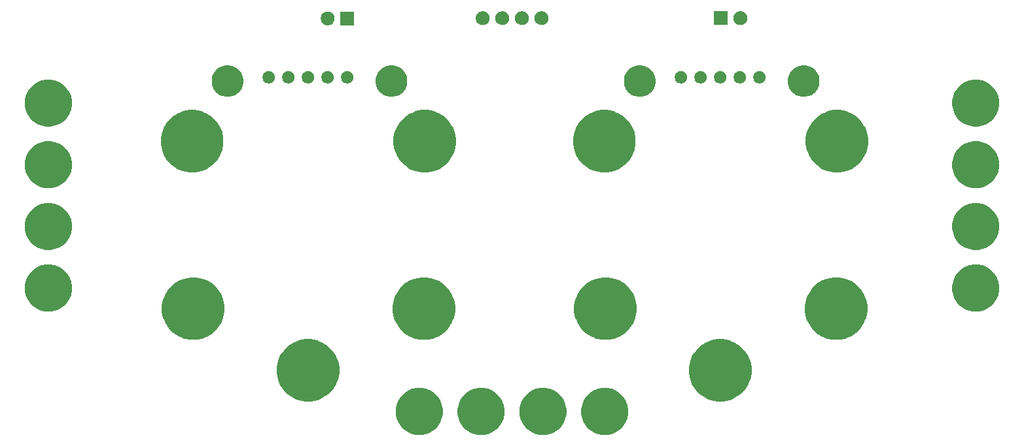
<source format=gbs>
G04 #@! TF.GenerationSoftware,KiCad,Pcbnew,5.1.5+dfsg1-2build2*
G04 #@! TF.CreationDate,2021-11-16T19:17:29+01:00*
G04 #@! TF.ProjectId,joystick-board,6a6f7973-7469-4636-9b2d-626f6172642e,rev?*
G04 #@! TF.SameCoordinates,Original*
G04 #@! TF.FileFunction,Soldermask,Bot*
G04 #@! TF.FilePolarity,Negative*
%FSLAX46Y46*%
G04 Gerber Fmt 4.6, Leading zero omitted, Abs format (unit mm)*
G04 Created by KiCad (PCBNEW 5.1.5+dfsg1-2build2) date 2021-11-16 19:17:29*
%MOMM*%
%LPD*%
G04 APERTURE LIST*
%ADD10C,0.100000*%
G04 APERTURE END LIST*
D10*
G36*
X124889943Y-114066248D02*
G01*
X125445189Y-114296238D01*
X125445190Y-114296239D01*
X125944899Y-114630134D01*
X126369866Y-115055101D01*
X126369867Y-115055103D01*
X126703762Y-115554811D01*
X126933752Y-116110057D01*
X127051000Y-116699501D01*
X127051000Y-117300499D01*
X126933752Y-117889943D01*
X126703762Y-118445189D01*
X126703761Y-118445190D01*
X126369866Y-118944899D01*
X125944899Y-119369866D01*
X125693347Y-119537948D01*
X125445189Y-119703762D01*
X124889943Y-119933752D01*
X124300499Y-120051000D01*
X123699501Y-120051000D01*
X123110057Y-119933752D01*
X122554811Y-119703762D01*
X122306653Y-119537948D01*
X122055101Y-119369866D01*
X121630134Y-118944899D01*
X121296239Y-118445190D01*
X121296238Y-118445189D01*
X121066248Y-117889943D01*
X120949000Y-117300499D01*
X120949000Y-116699501D01*
X121066248Y-116110057D01*
X121296238Y-115554811D01*
X121630133Y-115055103D01*
X121630134Y-115055101D01*
X122055101Y-114630134D01*
X122554810Y-114296239D01*
X122554811Y-114296238D01*
X123110057Y-114066248D01*
X123699501Y-113949000D01*
X124300499Y-113949000D01*
X124889943Y-114066248D01*
G37*
G36*
X116889943Y-114066248D02*
G01*
X117445189Y-114296238D01*
X117445190Y-114296239D01*
X117944899Y-114630134D01*
X118369866Y-115055101D01*
X118369867Y-115055103D01*
X118703762Y-115554811D01*
X118933752Y-116110057D01*
X119051000Y-116699501D01*
X119051000Y-117300499D01*
X118933752Y-117889943D01*
X118703762Y-118445189D01*
X118703761Y-118445190D01*
X118369866Y-118944899D01*
X117944899Y-119369866D01*
X117693347Y-119537948D01*
X117445189Y-119703762D01*
X116889943Y-119933752D01*
X116300499Y-120051000D01*
X115699501Y-120051000D01*
X115110057Y-119933752D01*
X114554811Y-119703762D01*
X114306653Y-119537948D01*
X114055101Y-119369866D01*
X113630134Y-118944899D01*
X113296239Y-118445190D01*
X113296238Y-118445189D01*
X113066248Y-117889943D01*
X112949000Y-117300499D01*
X112949000Y-116699501D01*
X113066248Y-116110057D01*
X113296238Y-115554811D01*
X113630133Y-115055103D01*
X113630134Y-115055101D01*
X114055101Y-114630134D01*
X114554810Y-114296239D01*
X114554811Y-114296238D01*
X115110057Y-114066248D01*
X115699501Y-113949000D01*
X116300499Y-113949000D01*
X116889943Y-114066248D01*
G37*
G36*
X140889943Y-114066248D02*
G01*
X141445189Y-114296238D01*
X141445190Y-114296239D01*
X141944899Y-114630134D01*
X142369866Y-115055101D01*
X142369867Y-115055103D01*
X142703762Y-115554811D01*
X142933752Y-116110057D01*
X143051000Y-116699501D01*
X143051000Y-117300499D01*
X142933752Y-117889943D01*
X142703762Y-118445189D01*
X142703761Y-118445190D01*
X142369866Y-118944899D01*
X141944899Y-119369866D01*
X141693347Y-119537948D01*
X141445189Y-119703762D01*
X140889943Y-119933752D01*
X140300499Y-120051000D01*
X139699501Y-120051000D01*
X139110057Y-119933752D01*
X138554811Y-119703762D01*
X138306653Y-119537948D01*
X138055101Y-119369866D01*
X137630134Y-118944899D01*
X137296239Y-118445190D01*
X137296238Y-118445189D01*
X137066248Y-117889943D01*
X136949000Y-117300499D01*
X136949000Y-116699501D01*
X137066248Y-116110057D01*
X137296238Y-115554811D01*
X137630133Y-115055103D01*
X137630134Y-115055101D01*
X138055101Y-114630134D01*
X138554810Y-114296239D01*
X138554811Y-114296238D01*
X139110057Y-114066248D01*
X139699501Y-113949000D01*
X140300499Y-113949000D01*
X140889943Y-114066248D01*
G37*
G36*
X132889943Y-114066248D02*
G01*
X133445189Y-114296238D01*
X133445190Y-114296239D01*
X133944899Y-114630134D01*
X134369866Y-115055101D01*
X134369867Y-115055103D01*
X134703762Y-115554811D01*
X134933752Y-116110057D01*
X135051000Y-116699501D01*
X135051000Y-117300499D01*
X134933752Y-117889943D01*
X134703762Y-118445189D01*
X134703761Y-118445190D01*
X134369866Y-118944899D01*
X133944899Y-119369866D01*
X133693347Y-119537948D01*
X133445189Y-119703762D01*
X132889943Y-119933752D01*
X132300499Y-120051000D01*
X131699501Y-120051000D01*
X131110057Y-119933752D01*
X130554811Y-119703762D01*
X130306653Y-119537948D01*
X130055101Y-119369866D01*
X129630134Y-118944899D01*
X129296239Y-118445190D01*
X129296238Y-118445189D01*
X129066248Y-117889943D01*
X128949000Y-117300499D01*
X128949000Y-116699501D01*
X129066248Y-116110057D01*
X129296238Y-115554811D01*
X129630133Y-115055103D01*
X129630134Y-115055101D01*
X130055101Y-114630134D01*
X130554810Y-114296239D01*
X130554811Y-114296238D01*
X131110057Y-114066248D01*
X131699501Y-113949000D01*
X132300499Y-113949000D01*
X132889943Y-114066248D01*
G37*
G36*
X156121632Y-107764677D02*
G01*
X156427005Y-107891167D01*
X156858868Y-108070050D01*
X157522362Y-108513383D01*
X158086617Y-109077638D01*
X158529950Y-109741132D01*
X158708833Y-110172995D01*
X158835323Y-110478368D01*
X158991000Y-111261010D01*
X158991000Y-112058990D01*
X158835323Y-112841632D01*
X158708833Y-113147005D01*
X158529950Y-113578868D01*
X158086617Y-114242362D01*
X157522362Y-114806617D01*
X156858868Y-115249950D01*
X156427005Y-115428833D01*
X156121632Y-115555323D01*
X155338990Y-115711000D01*
X154541010Y-115711000D01*
X153758368Y-115555323D01*
X153452995Y-115428833D01*
X153021132Y-115249950D01*
X152357638Y-114806617D01*
X151793383Y-114242362D01*
X151350050Y-113578868D01*
X151171167Y-113147005D01*
X151044677Y-112841632D01*
X150889000Y-112058990D01*
X150889000Y-111261010D01*
X151044677Y-110478368D01*
X151171167Y-110172995D01*
X151350050Y-109741132D01*
X151793383Y-109077638D01*
X152357638Y-108513383D01*
X153021132Y-108070050D01*
X153452995Y-107891167D01*
X153758368Y-107764677D01*
X154541010Y-107609000D01*
X155338990Y-107609000D01*
X156121632Y-107764677D01*
G37*
G36*
X102781632Y-107764677D02*
G01*
X103087005Y-107891167D01*
X103518868Y-108070050D01*
X104182362Y-108513383D01*
X104746617Y-109077638D01*
X105189950Y-109741132D01*
X105368833Y-110172995D01*
X105495323Y-110478368D01*
X105651000Y-111261010D01*
X105651000Y-112058990D01*
X105495323Y-112841632D01*
X105368833Y-113147005D01*
X105189950Y-113578868D01*
X104746617Y-114242362D01*
X104182362Y-114806617D01*
X103518868Y-115249950D01*
X103087005Y-115428833D01*
X102781632Y-115555323D01*
X101998990Y-115711000D01*
X101201010Y-115711000D01*
X100418368Y-115555323D01*
X100112995Y-115428833D01*
X99681132Y-115249950D01*
X99017638Y-114806617D01*
X98453383Y-114242362D01*
X98010050Y-113578868D01*
X97831167Y-113147005D01*
X97704677Y-112841632D01*
X97549000Y-112058990D01*
X97549000Y-111261010D01*
X97704677Y-110478368D01*
X97831167Y-110172995D01*
X98010050Y-109741132D01*
X98453383Y-109077638D01*
X99017638Y-108513383D01*
X99681132Y-108070050D01*
X100112995Y-107891167D01*
X100418368Y-107764677D01*
X101201010Y-107609000D01*
X101998990Y-107609000D01*
X102781632Y-107764677D01*
G37*
G36*
X141262632Y-99764677D02*
G01*
X141568005Y-99891167D01*
X141999868Y-100070050D01*
X142663362Y-100513383D01*
X143227617Y-101077638D01*
X143670950Y-101741132D01*
X143849833Y-102172995D01*
X143976323Y-102478368D01*
X144132000Y-103261010D01*
X144132000Y-104058990D01*
X143976323Y-104841632D01*
X143849833Y-105147005D01*
X143670950Y-105578868D01*
X143227617Y-106242362D01*
X142663362Y-106806617D01*
X141999868Y-107249950D01*
X141568005Y-107428833D01*
X141262632Y-107555323D01*
X140479990Y-107711000D01*
X139682010Y-107711000D01*
X138899368Y-107555323D01*
X138593995Y-107428833D01*
X138162132Y-107249950D01*
X137498638Y-106806617D01*
X136934383Y-106242362D01*
X136491050Y-105578868D01*
X136312167Y-105147005D01*
X136185677Y-104841632D01*
X136030000Y-104058990D01*
X136030000Y-103261010D01*
X136185677Y-102478368D01*
X136312167Y-102172995D01*
X136491050Y-101741132D01*
X136934383Y-101077638D01*
X137498638Y-100513383D01*
X138162132Y-100070050D01*
X138593995Y-99891167D01*
X138899368Y-99764677D01*
X139682010Y-99609000D01*
X140479990Y-99609000D01*
X141262632Y-99764677D01*
G37*
G36*
X117781632Y-99764677D02*
G01*
X118087005Y-99891167D01*
X118518868Y-100070050D01*
X119182362Y-100513383D01*
X119746617Y-101077638D01*
X120189950Y-101741132D01*
X120368833Y-102172995D01*
X120495323Y-102478368D01*
X120651000Y-103261010D01*
X120651000Y-104058990D01*
X120495323Y-104841632D01*
X120368833Y-105147005D01*
X120189950Y-105578868D01*
X119746617Y-106242362D01*
X119182362Y-106806617D01*
X118518868Y-107249950D01*
X118087005Y-107428833D01*
X117781632Y-107555323D01*
X116998990Y-107711000D01*
X116201010Y-107711000D01*
X115418368Y-107555323D01*
X115112995Y-107428833D01*
X114681132Y-107249950D01*
X114017638Y-106806617D01*
X113453383Y-106242362D01*
X113010050Y-105578868D01*
X112831167Y-105147005D01*
X112704677Y-104841632D01*
X112549000Y-104058990D01*
X112549000Y-103261010D01*
X112704677Y-102478368D01*
X112831167Y-102172995D01*
X113010050Y-101741132D01*
X113453383Y-101077638D01*
X114017638Y-100513383D01*
X114681132Y-100070050D01*
X115112995Y-99891167D01*
X115418368Y-99764677D01*
X116201010Y-99609000D01*
X116998990Y-99609000D01*
X117781632Y-99764677D01*
G37*
G36*
X87922632Y-99764677D02*
G01*
X88228005Y-99891167D01*
X88659868Y-100070050D01*
X89323362Y-100513383D01*
X89887617Y-101077638D01*
X90330950Y-101741132D01*
X90509833Y-102172995D01*
X90636323Y-102478368D01*
X90792000Y-103261010D01*
X90792000Y-104058990D01*
X90636323Y-104841632D01*
X90509833Y-105147005D01*
X90330950Y-105578868D01*
X89887617Y-106242362D01*
X89323362Y-106806617D01*
X88659868Y-107249950D01*
X88228005Y-107428833D01*
X87922632Y-107555323D01*
X87139990Y-107711000D01*
X86342010Y-107711000D01*
X85559368Y-107555323D01*
X85253995Y-107428833D01*
X84822132Y-107249950D01*
X84158638Y-106806617D01*
X83594383Y-106242362D01*
X83151050Y-105578868D01*
X82972167Y-105147005D01*
X82845677Y-104841632D01*
X82690000Y-104058990D01*
X82690000Y-103261010D01*
X82845677Y-102478368D01*
X82972167Y-102172995D01*
X83151050Y-101741132D01*
X83594383Y-101077638D01*
X84158638Y-100513383D01*
X84822132Y-100070050D01*
X85253995Y-99891167D01*
X85559368Y-99764677D01*
X86342010Y-99609000D01*
X87139990Y-99609000D01*
X87922632Y-99764677D01*
G37*
G36*
X171121632Y-99764677D02*
G01*
X171427005Y-99891167D01*
X171858868Y-100070050D01*
X172522362Y-100513383D01*
X173086617Y-101077638D01*
X173529950Y-101741132D01*
X173708833Y-102172995D01*
X173835323Y-102478368D01*
X173991000Y-103261010D01*
X173991000Y-104058990D01*
X173835323Y-104841632D01*
X173708833Y-105147005D01*
X173529950Y-105578868D01*
X173086617Y-106242362D01*
X172522362Y-106806617D01*
X171858868Y-107249950D01*
X171427005Y-107428833D01*
X171121632Y-107555323D01*
X170338990Y-107711000D01*
X169541010Y-107711000D01*
X168758368Y-107555323D01*
X168452995Y-107428833D01*
X168021132Y-107249950D01*
X167357638Y-106806617D01*
X166793383Y-106242362D01*
X166350050Y-105578868D01*
X166171167Y-105147005D01*
X166044677Y-104841632D01*
X165889000Y-104058990D01*
X165889000Y-103261010D01*
X166044677Y-102478368D01*
X166171167Y-102172995D01*
X166350050Y-101741132D01*
X166793383Y-101077638D01*
X167357638Y-100513383D01*
X168021132Y-100070050D01*
X168452995Y-99891167D01*
X168758368Y-99764677D01*
X169541010Y-99609000D01*
X170338990Y-99609000D01*
X171121632Y-99764677D01*
G37*
G36*
X68889943Y-98066248D02*
G01*
X69445189Y-98296238D01*
X69445190Y-98296239D01*
X69944899Y-98630134D01*
X70369866Y-99055101D01*
X70369867Y-99055103D01*
X70703762Y-99554811D01*
X70933752Y-100110057D01*
X71051000Y-100699501D01*
X71051000Y-101300499D01*
X70933752Y-101889943D01*
X70703762Y-102445189D01*
X70703761Y-102445190D01*
X70369866Y-102944899D01*
X69944899Y-103369866D01*
X69693347Y-103537948D01*
X69445189Y-103703762D01*
X68889943Y-103933752D01*
X68300499Y-104051000D01*
X67699501Y-104051000D01*
X67110057Y-103933752D01*
X66554811Y-103703762D01*
X66306653Y-103537948D01*
X66055101Y-103369866D01*
X65630134Y-102944899D01*
X65296239Y-102445190D01*
X65296238Y-102445189D01*
X65066248Y-101889943D01*
X64949000Y-101300499D01*
X64949000Y-100699501D01*
X65066248Y-100110057D01*
X65296238Y-99554811D01*
X65630133Y-99055103D01*
X65630134Y-99055101D01*
X66055101Y-98630134D01*
X66554810Y-98296239D01*
X66554811Y-98296238D01*
X67110057Y-98066248D01*
X67699501Y-97949000D01*
X68300499Y-97949000D01*
X68889943Y-98066248D01*
G37*
G36*
X188889943Y-98066248D02*
G01*
X189445189Y-98296238D01*
X189445190Y-98296239D01*
X189944899Y-98630134D01*
X190369866Y-99055101D01*
X190369867Y-99055103D01*
X190703762Y-99554811D01*
X190933752Y-100110057D01*
X191051000Y-100699501D01*
X191051000Y-101300499D01*
X190933752Y-101889943D01*
X190703762Y-102445189D01*
X190703761Y-102445190D01*
X190369866Y-102944899D01*
X189944899Y-103369866D01*
X189693347Y-103537948D01*
X189445189Y-103703762D01*
X188889943Y-103933752D01*
X188300499Y-104051000D01*
X187699501Y-104051000D01*
X187110057Y-103933752D01*
X186554811Y-103703762D01*
X186306653Y-103537948D01*
X186055101Y-103369866D01*
X185630134Y-102944899D01*
X185296239Y-102445190D01*
X185296238Y-102445189D01*
X185066248Y-101889943D01*
X184949000Y-101300499D01*
X184949000Y-100699501D01*
X185066248Y-100110057D01*
X185296238Y-99554811D01*
X185630133Y-99055103D01*
X185630134Y-99055101D01*
X186055101Y-98630134D01*
X186554810Y-98296239D01*
X186554811Y-98296238D01*
X187110057Y-98066248D01*
X187699501Y-97949000D01*
X188300499Y-97949000D01*
X188889943Y-98066248D01*
G37*
G36*
X68889943Y-90066248D02*
G01*
X69445189Y-90296238D01*
X69445190Y-90296239D01*
X69944899Y-90630134D01*
X70369866Y-91055101D01*
X70369867Y-91055103D01*
X70703762Y-91554811D01*
X70933752Y-92110057D01*
X71051000Y-92699501D01*
X71051000Y-93300499D01*
X70933752Y-93889943D01*
X70703762Y-94445189D01*
X70703761Y-94445190D01*
X70369866Y-94944899D01*
X69944899Y-95369866D01*
X69693347Y-95537948D01*
X69445189Y-95703762D01*
X68889943Y-95933752D01*
X68300499Y-96051000D01*
X67699501Y-96051000D01*
X67110057Y-95933752D01*
X66554811Y-95703762D01*
X66306653Y-95537948D01*
X66055101Y-95369866D01*
X65630134Y-94944899D01*
X65296239Y-94445190D01*
X65296238Y-94445189D01*
X65066248Y-93889943D01*
X64949000Y-93300499D01*
X64949000Y-92699501D01*
X65066248Y-92110057D01*
X65296238Y-91554811D01*
X65630133Y-91055103D01*
X65630134Y-91055101D01*
X66055101Y-90630134D01*
X66554810Y-90296239D01*
X66554811Y-90296238D01*
X67110057Y-90066248D01*
X67699501Y-89949000D01*
X68300499Y-89949000D01*
X68889943Y-90066248D01*
G37*
G36*
X188889943Y-90066248D02*
G01*
X189445189Y-90296238D01*
X189445190Y-90296239D01*
X189944899Y-90630134D01*
X190369866Y-91055101D01*
X190369867Y-91055103D01*
X190703762Y-91554811D01*
X190933752Y-92110057D01*
X191051000Y-92699501D01*
X191051000Y-93300499D01*
X190933752Y-93889943D01*
X190703762Y-94445189D01*
X190703761Y-94445190D01*
X190369866Y-94944899D01*
X189944899Y-95369866D01*
X189693347Y-95537948D01*
X189445189Y-95703762D01*
X188889943Y-95933752D01*
X188300499Y-96051000D01*
X187699501Y-96051000D01*
X187110057Y-95933752D01*
X186554811Y-95703762D01*
X186306653Y-95537948D01*
X186055101Y-95369866D01*
X185630134Y-94944899D01*
X185296239Y-94445190D01*
X185296238Y-94445189D01*
X185066248Y-93889943D01*
X184949000Y-93300499D01*
X184949000Y-92699501D01*
X185066248Y-92110057D01*
X185296238Y-91554811D01*
X185630133Y-91055103D01*
X185630134Y-91055101D01*
X186055101Y-90630134D01*
X186554810Y-90296239D01*
X186554811Y-90296238D01*
X187110057Y-90066248D01*
X187699501Y-89949000D01*
X188300499Y-89949000D01*
X188889943Y-90066248D01*
G37*
G36*
X68889943Y-82066248D02*
G01*
X69445189Y-82296238D01*
X69693347Y-82462052D01*
X69944899Y-82630134D01*
X70369866Y-83055101D01*
X70369867Y-83055103D01*
X70703762Y-83554811D01*
X70933752Y-84110057D01*
X71051000Y-84699501D01*
X71051000Y-85300499D01*
X70933752Y-85889943D01*
X70703762Y-86445189D01*
X70703761Y-86445190D01*
X70369866Y-86944899D01*
X69944899Y-87369866D01*
X69693347Y-87537948D01*
X69445189Y-87703762D01*
X68889943Y-87933752D01*
X68300499Y-88051000D01*
X67699501Y-88051000D01*
X67110057Y-87933752D01*
X66554811Y-87703762D01*
X66306653Y-87537948D01*
X66055101Y-87369866D01*
X65630134Y-86944899D01*
X65296239Y-86445190D01*
X65296238Y-86445189D01*
X65066248Y-85889943D01*
X64949000Y-85300499D01*
X64949000Y-84699501D01*
X65066248Y-84110057D01*
X65296238Y-83554811D01*
X65630133Y-83055103D01*
X65630134Y-83055101D01*
X66055101Y-82630134D01*
X66306653Y-82462052D01*
X66554811Y-82296238D01*
X67110057Y-82066248D01*
X67699501Y-81949000D01*
X68300499Y-81949000D01*
X68889943Y-82066248D01*
G37*
G36*
X188889943Y-82066248D02*
G01*
X189445189Y-82296238D01*
X189693347Y-82462052D01*
X189944899Y-82630134D01*
X190369866Y-83055101D01*
X190369867Y-83055103D01*
X190703762Y-83554811D01*
X190933752Y-84110057D01*
X191051000Y-84699501D01*
X191051000Y-85300499D01*
X190933752Y-85889943D01*
X190703762Y-86445189D01*
X190703761Y-86445190D01*
X190369866Y-86944899D01*
X189944899Y-87369866D01*
X189693347Y-87537948D01*
X189445189Y-87703762D01*
X188889943Y-87933752D01*
X188300499Y-88051000D01*
X187699501Y-88051000D01*
X187110057Y-87933752D01*
X186554811Y-87703762D01*
X186306653Y-87537948D01*
X186055101Y-87369866D01*
X185630134Y-86944899D01*
X185296239Y-86445190D01*
X185296238Y-86445189D01*
X185066248Y-85889943D01*
X184949000Y-85300499D01*
X184949000Y-84699501D01*
X185066248Y-84110057D01*
X185296238Y-83554811D01*
X185630133Y-83055103D01*
X185630134Y-83055101D01*
X186055101Y-82630134D01*
X186306653Y-82462052D01*
X186554811Y-82296238D01*
X187110057Y-82066248D01*
X187699501Y-81949000D01*
X188300499Y-81949000D01*
X188889943Y-82066248D01*
G37*
G36*
X171221632Y-78064677D02*
G01*
X171527005Y-78191167D01*
X171958868Y-78370050D01*
X172622362Y-78813383D01*
X173186617Y-79377638D01*
X173629950Y-80041132D01*
X173634037Y-80051000D01*
X173935323Y-80778368D01*
X174091000Y-81561010D01*
X174091000Y-82358990D01*
X173935323Y-83141632D01*
X173808833Y-83447005D01*
X173629950Y-83878868D01*
X173186617Y-84542362D01*
X172622362Y-85106617D01*
X171958868Y-85549950D01*
X171527005Y-85728833D01*
X171221632Y-85855323D01*
X170438990Y-86011000D01*
X169641010Y-86011000D01*
X168858368Y-85855323D01*
X168552995Y-85728833D01*
X168121132Y-85549950D01*
X167457638Y-85106617D01*
X166893383Y-84542362D01*
X166450050Y-83878868D01*
X166271167Y-83447005D01*
X166144677Y-83141632D01*
X165989000Y-82358990D01*
X165989000Y-81561010D01*
X166144677Y-80778368D01*
X166445963Y-80051000D01*
X166450050Y-80041132D01*
X166893383Y-79377638D01*
X167457638Y-78813383D01*
X168121132Y-78370050D01*
X168552995Y-78191167D01*
X168858368Y-78064677D01*
X169641010Y-77909000D01*
X170438990Y-77909000D01*
X171221632Y-78064677D01*
G37*
G36*
X141121632Y-78064677D02*
G01*
X141427005Y-78191167D01*
X141858868Y-78370050D01*
X142522362Y-78813383D01*
X143086617Y-79377638D01*
X143529950Y-80041132D01*
X143534037Y-80051000D01*
X143835323Y-80778368D01*
X143991000Y-81561010D01*
X143991000Y-82358990D01*
X143835323Y-83141632D01*
X143708833Y-83447005D01*
X143529950Y-83878868D01*
X143086617Y-84542362D01*
X142522362Y-85106617D01*
X141858868Y-85549950D01*
X141427005Y-85728833D01*
X141121632Y-85855323D01*
X140338990Y-86011000D01*
X139541010Y-86011000D01*
X138758368Y-85855323D01*
X138452995Y-85728833D01*
X138021132Y-85549950D01*
X137357638Y-85106617D01*
X136793383Y-84542362D01*
X136350050Y-83878868D01*
X136171167Y-83447005D01*
X136044677Y-83141632D01*
X135889000Y-82358990D01*
X135889000Y-81561010D01*
X136044677Y-80778368D01*
X136345963Y-80051000D01*
X136350050Y-80041132D01*
X136793383Y-79377638D01*
X137357638Y-78813383D01*
X138021132Y-78370050D01*
X138452995Y-78191167D01*
X138758368Y-78064677D01*
X139541010Y-77909000D01*
X140338990Y-77909000D01*
X141121632Y-78064677D01*
G37*
G36*
X117881632Y-78064677D02*
G01*
X118187005Y-78191167D01*
X118618868Y-78370050D01*
X119282362Y-78813383D01*
X119846617Y-79377638D01*
X120289950Y-80041132D01*
X120294037Y-80051000D01*
X120595323Y-80778368D01*
X120751000Y-81561010D01*
X120751000Y-82358990D01*
X120595323Y-83141632D01*
X120468833Y-83447005D01*
X120289950Y-83878868D01*
X119846617Y-84542362D01*
X119282362Y-85106617D01*
X118618868Y-85549950D01*
X118187005Y-85728833D01*
X117881632Y-85855323D01*
X117098990Y-86011000D01*
X116301010Y-86011000D01*
X115518368Y-85855323D01*
X115212995Y-85728833D01*
X114781132Y-85549950D01*
X114117638Y-85106617D01*
X113553383Y-84542362D01*
X113110050Y-83878868D01*
X112931167Y-83447005D01*
X112804677Y-83141632D01*
X112649000Y-82358990D01*
X112649000Y-81561010D01*
X112804677Y-80778368D01*
X113105963Y-80051000D01*
X113110050Y-80041132D01*
X113553383Y-79377638D01*
X114117638Y-78813383D01*
X114781132Y-78370050D01*
X115212995Y-78191167D01*
X115518368Y-78064677D01*
X116301010Y-77909000D01*
X117098990Y-77909000D01*
X117881632Y-78064677D01*
G37*
G36*
X87781632Y-78064677D02*
G01*
X88087005Y-78191167D01*
X88518868Y-78370050D01*
X89182362Y-78813383D01*
X89746617Y-79377638D01*
X90189950Y-80041132D01*
X90194037Y-80051000D01*
X90495323Y-80778368D01*
X90651000Y-81561010D01*
X90651000Y-82358990D01*
X90495323Y-83141632D01*
X90368833Y-83447005D01*
X90189950Y-83878868D01*
X89746617Y-84542362D01*
X89182362Y-85106617D01*
X88518868Y-85549950D01*
X88087005Y-85728833D01*
X87781632Y-85855323D01*
X86998990Y-86011000D01*
X86201010Y-86011000D01*
X85418368Y-85855323D01*
X85112995Y-85728833D01*
X84681132Y-85549950D01*
X84017638Y-85106617D01*
X83453383Y-84542362D01*
X83010050Y-83878868D01*
X82831167Y-83447005D01*
X82704677Y-83141632D01*
X82549000Y-82358990D01*
X82549000Y-81561010D01*
X82704677Y-80778368D01*
X83005963Y-80051000D01*
X83010050Y-80041132D01*
X83453383Y-79377638D01*
X84017638Y-78813383D01*
X84681132Y-78370050D01*
X85112995Y-78191167D01*
X85418368Y-78064677D01*
X86201010Y-77909000D01*
X86998990Y-77909000D01*
X87781632Y-78064677D01*
G37*
G36*
X188889943Y-74066248D02*
G01*
X189445189Y-74296238D01*
X189693347Y-74462052D01*
X189944899Y-74630134D01*
X190369866Y-75055101D01*
X190420923Y-75131513D01*
X190703762Y-75554811D01*
X190933752Y-76110057D01*
X191051000Y-76699501D01*
X191051000Y-77300499D01*
X190933752Y-77889943D01*
X190703762Y-78445189D01*
X190703761Y-78445190D01*
X190369866Y-78944899D01*
X189944899Y-79369866D01*
X189693347Y-79537948D01*
X189445189Y-79703762D01*
X188889943Y-79933752D01*
X188300499Y-80051000D01*
X187699501Y-80051000D01*
X187110057Y-79933752D01*
X186554811Y-79703762D01*
X186306653Y-79537948D01*
X186055101Y-79369866D01*
X185630134Y-78944899D01*
X185296239Y-78445190D01*
X185296238Y-78445189D01*
X185066248Y-77889943D01*
X184949000Y-77300499D01*
X184949000Y-76699501D01*
X185066248Y-76110057D01*
X185296238Y-75554811D01*
X185579077Y-75131513D01*
X185630134Y-75055101D01*
X186055101Y-74630134D01*
X186306653Y-74462052D01*
X186554811Y-74296238D01*
X187110057Y-74066248D01*
X187699501Y-73949000D01*
X188300499Y-73949000D01*
X188889943Y-74066248D01*
G37*
G36*
X68889943Y-74066248D02*
G01*
X69445189Y-74296238D01*
X69693347Y-74462052D01*
X69944899Y-74630134D01*
X70369866Y-75055101D01*
X70420923Y-75131513D01*
X70703762Y-75554811D01*
X70933752Y-76110057D01*
X71051000Y-76699501D01*
X71051000Y-77300499D01*
X70933752Y-77889943D01*
X70703762Y-78445189D01*
X70703761Y-78445190D01*
X70369866Y-78944899D01*
X69944899Y-79369866D01*
X69693347Y-79537948D01*
X69445189Y-79703762D01*
X68889943Y-79933752D01*
X68300499Y-80051000D01*
X67699501Y-80051000D01*
X67110057Y-79933752D01*
X66554811Y-79703762D01*
X66306653Y-79537948D01*
X66055101Y-79369866D01*
X65630134Y-78944899D01*
X65296239Y-78445190D01*
X65296238Y-78445189D01*
X65066248Y-77889943D01*
X64949000Y-77300499D01*
X64949000Y-76699501D01*
X65066248Y-76110057D01*
X65296238Y-75554811D01*
X65579077Y-75131513D01*
X65630134Y-75055101D01*
X66055101Y-74630134D01*
X66306653Y-74462052D01*
X66554811Y-74296238D01*
X67110057Y-74066248D01*
X67699501Y-73949000D01*
X68300499Y-73949000D01*
X68889943Y-74066248D01*
G37*
G36*
X91784254Y-72187818D02*
G01*
X92157511Y-72342426D01*
X92157513Y-72342427D01*
X92493436Y-72566884D01*
X92779116Y-72852564D01*
X92972340Y-73141743D01*
X93003574Y-73188489D01*
X93158182Y-73561746D01*
X93237000Y-73957993D01*
X93237000Y-74362007D01*
X93158182Y-74758254D01*
X93035224Y-75055101D01*
X93003573Y-75131513D01*
X92779116Y-75467436D01*
X92493436Y-75753116D01*
X92157513Y-75977573D01*
X92157512Y-75977574D01*
X92157511Y-75977574D01*
X91784254Y-76132182D01*
X91388007Y-76211000D01*
X90983993Y-76211000D01*
X90587746Y-76132182D01*
X90214489Y-75977574D01*
X90214488Y-75977574D01*
X90214487Y-75977573D01*
X89878564Y-75753116D01*
X89592884Y-75467436D01*
X89368427Y-75131513D01*
X89336776Y-75055101D01*
X89213818Y-74758254D01*
X89135000Y-74362007D01*
X89135000Y-73957993D01*
X89213818Y-73561746D01*
X89368426Y-73188489D01*
X89399661Y-73141743D01*
X89592884Y-72852564D01*
X89878564Y-72566884D01*
X90214487Y-72342427D01*
X90214489Y-72342426D01*
X90587746Y-72187818D01*
X90983993Y-72109000D01*
X91388007Y-72109000D01*
X91784254Y-72187818D01*
G37*
G36*
X166333254Y-72187818D02*
G01*
X166706511Y-72342426D01*
X166706513Y-72342427D01*
X167042436Y-72566884D01*
X167328116Y-72852564D01*
X167521340Y-73141743D01*
X167552574Y-73188489D01*
X167707182Y-73561746D01*
X167786000Y-73957993D01*
X167786000Y-74362007D01*
X167707182Y-74758254D01*
X167584224Y-75055101D01*
X167552573Y-75131513D01*
X167328116Y-75467436D01*
X167042436Y-75753116D01*
X166706513Y-75977573D01*
X166706512Y-75977574D01*
X166706511Y-75977574D01*
X166333254Y-76132182D01*
X165937007Y-76211000D01*
X165532993Y-76211000D01*
X165136746Y-76132182D01*
X164763489Y-75977574D01*
X164763488Y-75977574D01*
X164763487Y-75977573D01*
X164427564Y-75753116D01*
X164141884Y-75467436D01*
X163917427Y-75131513D01*
X163885776Y-75055101D01*
X163762818Y-74758254D01*
X163684000Y-74362007D01*
X163684000Y-73957993D01*
X163762818Y-73561746D01*
X163917426Y-73188489D01*
X163948661Y-73141743D01*
X164141884Y-72852564D01*
X164427564Y-72566884D01*
X164763487Y-72342427D01*
X164763489Y-72342426D01*
X165136746Y-72187818D01*
X165532993Y-72109000D01*
X165937007Y-72109000D01*
X166333254Y-72187818D01*
G37*
G36*
X112993254Y-72187818D02*
G01*
X113366511Y-72342426D01*
X113366513Y-72342427D01*
X113702436Y-72566884D01*
X113988116Y-72852564D01*
X114181340Y-73141743D01*
X114212574Y-73188489D01*
X114367182Y-73561746D01*
X114446000Y-73957993D01*
X114446000Y-74362007D01*
X114367182Y-74758254D01*
X114244224Y-75055101D01*
X114212573Y-75131513D01*
X113988116Y-75467436D01*
X113702436Y-75753116D01*
X113366513Y-75977573D01*
X113366512Y-75977574D01*
X113366511Y-75977574D01*
X112993254Y-76132182D01*
X112597007Y-76211000D01*
X112192993Y-76211000D01*
X111796746Y-76132182D01*
X111423489Y-75977574D01*
X111423488Y-75977574D01*
X111423487Y-75977573D01*
X111087564Y-75753116D01*
X110801884Y-75467436D01*
X110577427Y-75131513D01*
X110545776Y-75055101D01*
X110422818Y-74758254D01*
X110344000Y-74362007D01*
X110344000Y-73957993D01*
X110422818Y-73561746D01*
X110577426Y-73188489D01*
X110608661Y-73141743D01*
X110801884Y-72852564D01*
X111087564Y-72566884D01*
X111423487Y-72342427D01*
X111423489Y-72342426D01*
X111796746Y-72187818D01*
X112192993Y-72109000D01*
X112597007Y-72109000D01*
X112993254Y-72187818D01*
G37*
G36*
X145124254Y-72187818D02*
G01*
X145497511Y-72342426D01*
X145497513Y-72342427D01*
X145833436Y-72566884D01*
X146119116Y-72852564D01*
X146312340Y-73141743D01*
X146343574Y-73188489D01*
X146498182Y-73561746D01*
X146577000Y-73957993D01*
X146577000Y-74362007D01*
X146498182Y-74758254D01*
X146375224Y-75055101D01*
X146343573Y-75131513D01*
X146119116Y-75467436D01*
X145833436Y-75753116D01*
X145497513Y-75977573D01*
X145497512Y-75977574D01*
X145497511Y-75977574D01*
X145124254Y-76132182D01*
X144728007Y-76211000D01*
X144323993Y-76211000D01*
X143927746Y-76132182D01*
X143554489Y-75977574D01*
X143554488Y-75977574D01*
X143554487Y-75977573D01*
X143218564Y-75753116D01*
X142932884Y-75467436D01*
X142708427Y-75131513D01*
X142676776Y-75055101D01*
X142553818Y-74758254D01*
X142475000Y-74362007D01*
X142475000Y-73957993D01*
X142553818Y-73561746D01*
X142708426Y-73188489D01*
X142739661Y-73141743D01*
X142932884Y-72852564D01*
X143218564Y-72566884D01*
X143554487Y-72342427D01*
X143554489Y-72342426D01*
X143927746Y-72187818D01*
X144323993Y-72109000D01*
X144728007Y-72109000D01*
X145124254Y-72187818D01*
G37*
G36*
X157717142Y-72878242D02*
G01*
X157865101Y-72939529D01*
X157998255Y-73028499D01*
X158111501Y-73141745D01*
X158200471Y-73274899D01*
X158261758Y-73422858D01*
X158293000Y-73579925D01*
X158293000Y-73740075D01*
X158261758Y-73897142D01*
X158200471Y-74045101D01*
X158111501Y-74178255D01*
X157998255Y-74291501D01*
X157865101Y-74380471D01*
X157717142Y-74441758D01*
X157560075Y-74473000D01*
X157399925Y-74473000D01*
X157242858Y-74441758D01*
X157094899Y-74380471D01*
X156961745Y-74291501D01*
X156848499Y-74178255D01*
X156759529Y-74045101D01*
X156698242Y-73897142D01*
X156667000Y-73740075D01*
X156667000Y-73579925D01*
X156698242Y-73422858D01*
X156759529Y-73274899D01*
X156848499Y-73141745D01*
X156961745Y-73028499D01*
X157094899Y-72939529D01*
X157242858Y-72878242D01*
X157399925Y-72847000D01*
X157560075Y-72847000D01*
X157717142Y-72878242D01*
G37*
G36*
X160257142Y-72878242D02*
G01*
X160405101Y-72939529D01*
X160538255Y-73028499D01*
X160651501Y-73141745D01*
X160740471Y-73274899D01*
X160801758Y-73422858D01*
X160833000Y-73579925D01*
X160833000Y-73740075D01*
X160801758Y-73897142D01*
X160740471Y-74045101D01*
X160651501Y-74178255D01*
X160538255Y-74291501D01*
X160405101Y-74380471D01*
X160257142Y-74441758D01*
X160100075Y-74473000D01*
X159939925Y-74473000D01*
X159782858Y-74441758D01*
X159634899Y-74380471D01*
X159501745Y-74291501D01*
X159388499Y-74178255D01*
X159299529Y-74045101D01*
X159238242Y-73897142D01*
X159207000Y-73740075D01*
X159207000Y-73579925D01*
X159238242Y-73422858D01*
X159299529Y-73274899D01*
X159388499Y-73141745D01*
X159501745Y-73028499D01*
X159634899Y-72939529D01*
X159782858Y-72878242D01*
X159939925Y-72847000D01*
X160100075Y-72847000D01*
X160257142Y-72878242D01*
G37*
G36*
X96757142Y-72878242D02*
G01*
X96905101Y-72939529D01*
X97038255Y-73028499D01*
X97151501Y-73141745D01*
X97240471Y-73274899D01*
X97301758Y-73422858D01*
X97333000Y-73579925D01*
X97333000Y-73740075D01*
X97301758Y-73897142D01*
X97240471Y-74045101D01*
X97151501Y-74178255D01*
X97038255Y-74291501D01*
X96905101Y-74380471D01*
X96757142Y-74441758D01*
X96600075Y-74473000D01*
X96439925Y-74473000D01*
X96282858Y-74441758D01*
X96134899Y-74380471D01*
X96001745Y-74291501D01*
X95888499Y-74178255D01*
X95799529Y-74045101D01*
X95738242Y-73897142D01*
X95707000Y-73740075D01*
X95707000Y-73579925D01*
X95738242Y-73422858D01*
X95799529Y-73274899D01*
X95888499Y-73141745D01*
X96001745Y-73028499D01*
X96134899Y-72939529D01*
X96282858Y-72878242D01*
X96439925Y-72847000D01*
X96600075Y-72847000D01*
X96757142Y-72878242D01*
G37*
G36*
X99297142Y-72878242D02*
G01*
X99445101Y-72939529D01*
X99578255Y-73028499D01*
X99691501Y-73141745D01*
X99780471Y-73274899D01*
X99841758Y-73422858D01*
X99873000Y-73579925D01*
X99873000Y-73740075D01*
X99841758Y-73897142D01*
X99780471Y-74045101D01*
X99691501Y-74178255D01*
X99578255Y-74291501D01*
X99445101Y-74380471D01*
X99297142Y-74441758D01*
X99140075Y-74473000D01*
X98979925Y-74473000D01*
X98822858Y-74441758D01*
X98674899Y-74380471D01*
X98541745Y-74291501D01*
X98428499Y-74178255D01*
X98339529Y-74045101D01*
X98278242Y-73897142D01*
X98247000Y-73740075D01*
X98247000Y-73579925D01*
X98278242Y-73422858D01*
X98339529Y-73274899D01*
X98428499Y-73141745D01*
X98541745Y-73028499D01*
X98674899Y-72939529D01*
X98822858Y-72878242D01*
X98979925Y-72847000D01*
X99140075Y-72847000D01*
X99297142Y-72878242D01*
G37*
G36*
X155177142Y-72878242D02*
G01*
X155325101Y-72939529D01*
X155458255Y-73028499D01*
X155571501Y-73141745D01*
X155660471Y-73274899D01*
X155721758Y-73422858D01*
X155753000Y-73579925D01*
X155753000Y-73740075D01*
X155721758Y-73897142D01*
X155660471Y-74045101D01*
X155571501Y-74178255D01*
X155458255Y-74291501D01*
X155325101Y-74380471D01*
X155177142Y-74441758D01*
X155020075Y-74473000D01*
X154859925Y-74473000D01*
X154702858Y-74441758D01*
X154554899Y-74380471D01*
X154421745Y-74291501D01*
X154308499Y-74178255D01*
X154219529Y-74045101D01*
X154158242Y-73897142D01*
X154127000Y-73740075D01*
X154127000Y-73579925D01*
X154158242Y-73422858D01*
X154219529Y-73274899D01*
X154308499Y-73141745D01*
X154421745Y-73028499D01*
X154554899Y-72939529D01*
X154702858Y-72878242D01*
X154859925Y-72847000D01*
X155020075Y-72847000D01*
X155177142Y-72878242D01*
G37*
G36*
X152637142Y-72878242D02*
G01*
X152785101Y-72939529D01*
X152918255Y-73028499D01*
X153031501Y-73141745D01*
X153120471Y-73274899D01*
X153181758Y-73422858D01*
X153213000Y-73579925D01*
X153213000Y-73740075D01*
X153181758Y-73897142D01*
X153120471Y-74045101D01*
X153031501Y-74178255D01*
X152918255Y-74291501D01*
X152785101Y-74380471D01*
X152637142Y-74441758D01*
X152480075Y-74473000D01*
X152319925Y-74473000D01*
X152162858Y-74441758D01*
X152014899Y-74380471D01*
X151881745Y-74291501D01*
X151768499Y-74178255D01*
X151679529Y-74045101D01*
X151618242Y-73897142D01*
X151587000Y-73740075D01*
X151587000Y-73579925D01*
X151618242Y-73422858D01*
X151679529Y-73274899D01*
X151768499Y-73141745D01*
X151881745Y-73028499D01*
X152014899Y-72939529D01*
X152162858Y-72878242D01*
X152319925Y-72847000D01*
X152480075Y-72847000D01*
X152637142Y-72878242D01*
G37*
G36*
X101837142Y-72878242D02*
G01*
X101985101Y-72939529D01*
X102118255Y-73028499D01*
X102231501Y-73141745D01*
X102320471Y-73274899D01*
X102381758Y-73422858D01*
X102413000Y-73579925D01*
X102413000Y-73740075D01*
X102381758Y-73897142D01*
X102320471Y-74045101D01*
X102231501Y-74178255D01*
X102118255Y-74291501D01*
X101985101Y-74380471D01*
X101837142Y-74441758D01*
X101680075Y-74473000D01*
X101519925Y-74473000D01*
X101362858Y-74441758D01*
X101214899Y-74380471D01*
X101081745Y-74291501D01*
X100968499Y-74178255D01*
X100879529Y-74045101D01*
X100818242Y-73897142D01*
X100787000Y-73740075D01*
X100787000Y-73579925D01*
X100818242Y-73422858D01*
X100879529Y-73274899D01*
X100968499Y-73141745D01*
X101081745Y-73028499D01*
X101214899Y-72939529D01*
X101362858Y-72878242D01*
X101519925Y-72847000D01*
X101680075Y-72847000D01*
X101837142Y-72878242D01*
G37*
G36*
X106917142Y-72878242D02*
G01*
X107065101Y-72939529D01*
X107198255Y-73028499D01*
X107311501Y-73141745D01*
X107400471Y-73274899D01*
X107461758Y-73422858D01*
X107493000Y-73579925D01*
X107493000Y-73740075D01*
X107461758Y-73897142D01*
X107400471Y-74045101D01*
X107311501Y-74178255D01*
X107198255Y-74291501D01*
X107065101Y-74380471D01*
X106917142Y-74441758D01*
X106760075Y-74473000D01*
X106599925Y-74473000D01*
X106442858Y-74441758D01*
X106294899Y-74380471D01*
X106161745Y-74291501D01*
X106048499Y-74178255D01*
X105959529Y-74045101D01*
X105898242Y-73897142D01*
X105867000Y-73740075D01*
X105867000Y-73579925D01*
X105898242Y-73422858D01*
X105959529Y-73274899D01*
X106048499Y-73141745D01*
X106161745Y-73028499D01*
X106294899Y-72939529D01*
X106442858Y-72878242D01*
X106599925Y-72847000D01*
X106760075Y-72847000D01*
X106917142Y-72878242D01*
G37*
G36*
X150097142Y-72878242D02*
G01*
X150245101Y-72939529D01*
X150378255Y-73028499D01*
X150491501Y-73141745D01*
X150580471Y-73274899D01*
X150641758Y-73422858D01*
X150673000Y-73579925D01*
X150673000Y-73740075D01*
X150641758Y-73897142D01*
X150580471Y-74045101D01*
X150491501Y-74178255D01*
X150378255Y-74291501D01*
X150245101Y-74380471D01*
X150097142Y-74441758D01*
X149940075Y-74473000D01*
X149779925Y-74473000D01*
X149622858Y-74441758D01*
X149474899Y-74380471D01*
X149341745Y-74291501D01*
X149228499Y-74178255D01*
X149139529Y-74045101D01*
X149078242Y-73897142D01*
X149047000Y-73740075D01*
X149047000Y-73579925D01*
X149078242Y-73422858D01*
X149139529Y-73274899D01*
X149228499Y-73141745D01*
X149341745Y-73028499D01*
X149474899Y-72939529D01*
X149622858Y-72878242D01*
X149779925Y-72847000D01*
X149940075Y-72847000D01*
X150097142Y-72878242D01*
G37*
G36*
X104377142Y-72878242D02*
G01*
X104525101Y-72939529D01*
X104658255Y-73028499D01*
X104771501Y-73141745D01*
X104860471Y-73274899D01*
X104921758Y-73422858D01*
X104953000Y-73579925D01*
X104953000Y-73740075D01*
X104921758Y-73897142D01*
X104860471Y-74045101D01*
X104771501Y-74178255D01*
X104658255Y-74291501D01*
X104525101Y-74380471D01*
X104377142Y-74441758D01*
X104220075Y-74473000D01*
X104059925Y-74473000D01*
X103902858Y-74441758D01*
X103754899Y-74380471D01*
X103621745Y-74291501D01*
X103508499Y-74178255D01*
X103419529Y-74045101D01*
X103358242Y-73897142D01*
X103327000Y-73740075D01*
X103327000Y-73579925D01*
X103358242Y-73422858D01*
X103419529Y-73274899D01*
X103508499Y-73141745D01*
X103621745Y-73028499D01*
X103754899Y-72939529D01*
X103902858Y-72878242D01*
X104059925Y-72847000D01*
X104220075Y-72847000D01*
X104377142Y-72878242D01*
G37*
G36*
X104253512Y-65143927D02*
G01*
X104402812Y-65173624D01*
X104566784Y-65241544D01*
X104714354Y-65340147D01*
X104839853Y-65465646D01*
X104938456Y-65613216D01*
X105006376Y-65777188D01*
X105041000Y-65951259D01*
X105041000Y-66128741D01*
X105006376Y-66302812D01*
X104938456Y-66466784D01*
X104839853Y-66614354D01*
X104714354Y-66739853D01*
X104566784Y-66838456D01*
X104402812Y-66906376D01*
X104253512Y-66936073D01*
X104228742Y-66941000D01*
X104051258Y-66941000D01*
X104026488Y-66936073D01*
X103877188Y-66906376D01*
X103713216Y-66838456D01*
X103565646Y-66739853D01*
X103440147Y-66614354D01*
X103341544Y-66466784D01*
X103273624Y-66302812D01*
X103239000Y-66128741D01*
X103239000Y-65951259D01*
X103273624Y-65777188D01*
X103341544Y-65613216D01*
X103440147Y-65465646D01*
X103565646Y-65340147D01*
X103713216Y-65241544D01*
X103877188Y-65173624D01*
X104026488Y-65143927D01*
X104051258Y-65139000D01*
X104228742Y-65139000D01*
X104253512Y-65143927D01*
G37*
G36*
X107581000Y-66941000D02*
G01*
X105779000Y-66941000D01*
X105779000Y-65139000D01*
X107581000Y-65139000D01*
X107581000Y-66941000D01*
G37*
G36*
X155901000Y-66901000D02*
G01*
X154099000Y-66901000D01*
X154099000Y-65099000D01*
X155901000Y-65099000D01*
X155901000Y-66901000D01*
G37*
G36*
X157645035Y-65102241D02*
G01*
X157802812Y-65133624D01*
X157966784Y-65201544D01*
X158114354Y-65300147D01*
X158239853Y-65425646D01*
X158338456Y-65573216D01*
X158406376Y-65737188D01*
X158441000Y-65911259D01*
X158441000Y-66088741D01*
X158406376Y-66262812D01*
X158338456Y-66426784D01*
X158239853Y-66574354D01*
X158114354Y-66699853D01*
X157966784Y-66798456D01*
X157802812Y-66866376D01*
X157656065Y-66895565D01*
X157628742Y-66901000D01*
X157451258Y-66901000D01*
X157423935Y-66895565D01*
X157277188Y-66866376D01*
X157113216Y-66798456D01*
X156965646Y-66699853D01*
X156840147Y-66574354D01*
X156741544Y-66426784D01*
X156673624Y-66262812D01*
X156639000Y-66088741D01*
X156639000Y-65911259D01*
X156673624Y-65737188D01*
X156741544Y-65573216D01*
X156840147Y-65425646D01*
X156965646Y-65300147D01*
X157113216Y-65201544D01*
X157277188Y-65133624D01*
X157434965Y-65102241D01*
X157451258Y-65099000D01*
X157628742Y-65099000D01*
X157645035Y-65102241D01*
G37*
G36*
X131925035Y-65102241D02*
G01*
X132082812Y-65133624D01*
X132246784Y-65201544D01*
X132394354Y-65300147D01*
X132519853Y-65425646D01*
X132618456Y-65573216D01*
X132686376Y-65737188D01*
X132721000Y-65911259D01*
X132721000Y-66088741D01*
X132686376Y-66262812D01*
X132618456Y-66426784D01*
X132519853Y-66574354D01*
X132394354Y-66699853D01*
X132246784Y-66798456D01*
X132082812Y-66866376D01*
X131936065Y-66895565D01*
X131908742Y-66901000D01*
X131731258Y-66901000D01*
X131703935Y-66895565D01*
X131557188Y-66866376D01*
X131393216Y-66798456D01*
X131245646Y-66699853D01*
X131120147Y-66574354D01*
X131021544Y-66426784D01*
X130953624Y-66262812D01*
X130919000Y-66088741D01*
X130919000Y-65911259D01*
X130953624Y-65737188D01*
X131021544Y-65573216D01*
X131120147Y-65425646D01*
X131245646Y-65300147D01*
X131393216Y-65201544D01*
X131557188Y-65133624D01*
X131714965Y-65102241D01*
X131731258Y-65099000D01*
X131908742Y-65099000D01*
X131925035Y-65102241D01*
G37*
G36*
X129385035Y-65102241D02*
G01*
X129542812Y-65133624D01*
X129706784Y-65201544D01*
X129854354Y-65300147D01*
X129979853Y-65425646D01*
X130078456Y-65573216D01*
X130146376Y-65737188D01*
X130181000Y-65911259D01*
X130181000Y-66088741D01*
X130146376Y-66262812D01*
X130078456Y-66426784D01*
X129979853Y-66574354D01*
X129854354Y-66699853D01*
X129706784Y-66798456D01*
X129542812Y-66866376D01*
X129396065Y-66895565D01*
X129368742Y-66901000D01*
X129191258Y-66901000D01*
X129163935Y-66895565D01*
X129017188Y-66866376D01*
X128853216Y-66798456D01*
X128705646Y-66699853D01*
X128580147Y-66574354D01*
X128481544Y-66426784D01*
X128413624Y-66262812D01*
X128379000Y-66088741D01*
X128379000Y-65911259D01*
X128413624Y-65737188D01*
X128481544Y-65573216D01*
X128580147Y-65425646D01*
X128705646Y-65300147D01*
X128853216Y-65201544D01*
X129017188Y-65133624D01*
X129174965Y-65102241D01*
X129191258Y-65099000D01*
X129368742Y-65099000D01*
X129385035Y-65102241D01*
G37*
G36*
X126845035Y-65102241D02*
G01*
X127002812Y-65133624D01*
X127166784Y-65201544D01*
X127314354Y-65300147D01*
X127439853Y-65425646D01*
X127538456Y-65573216D01*
X127606376Y-65737188D01*
X127641000Y-65911259D01*
X127641000Y-66088741D01*
X127606376Y-66262812D01*
X127538456Y-66426784D01*
X127439853Y-66574354D01*
X127314354Y-66699853D01*
X127166784Y-66798456D01*
X127002812Y-66866376D01*
X126856065Y-66895565D01*
X126828742Y-66901000D01*
X126651258Y-66901000D01*
X126623935Y-66895565D01*
X126477188Y-66866376D01*
X126313216Y-66798456D01*
X126165646Y-66699853D01*
X126040147Y-66574354D01*
X125941544Y-66426784D01*
X125873624Y-66262812D01*
X125839000Y-66088741D01*
X125839000Y-65911259D01*
X125873624Y-65737188D01*
X125941544Y-65573216D01*
X126040147Y-65425646D01*
X126165646Y-65300147D01*
X126313216Y-65201544D01*
X126477188Y-65133624D01*
X126634965Y-65102241D01*
X126651258Y-65099000D01*
X126828742Y-65099000D01*
X126845035Y-65102241D01*
G37*
G36*
X124299455Y-65104435D02*
G01*
X124450836Y-65134547D01*
X124472255Y-65141045D01*
X124614854Y-65200111D01*
X124634599Y-65210665D01*
X124762936Y-65296417D01*
X124780241Y-65310618D01*
X124889382Y-65419759D01*
X124903583Y-65437064D01*
X124989335Y-65565401D01*
X124999889Y-65585146D01*
X125058955Y-65727745D01*
X125065453Y-65749164D01*
X125095565Y-65900545D01*
X125097759Y-65922825D01*
X125097759Y-66077175D01*
X125095565Y-66099455D01*
X125065453Y-66250836D01*
X125058955Y-66272255D01*
X124999889Y-66414854D01*
X124989335Y-66434599D01*
X124903583Y-66562936D01*
X124889382Y-66580241D01*
X124780241Y-66689382D01*
X124762936Y-66703583D01*
X124634599Y-66789335D01*
X124614854Y-66799889D01*
X124472255Y-66858955D01*
X124450836Y-66865453D01*
X124299455Y-66895565D01*
X124277175Y-66897759D01*
X124122825Y-66897759D01*
X124100545Y-66895565D01*
X123949164Y-66865453D01*
X123927745Y-66858955D01*
X123785146Y-66799889D01*
X123765401Y-66789335D01*
X123637064Y-66703583D01*
X123619759Y-66689382D01*
X123510618Y-66580241D01*
X123496417Y-66562936D01*
X123410665Y-66434599D01*
X123400111Y-66414854D01*
X123341045Y-66272255D01*
X123334547Y-66250836D01*
X123304435Y-66099455D01*
X123302241Y-66077175D01*
X123302241Y-65922825D01*
X123304435Y-65900545D01*
X123334547Y-65749164D01*
X123341045Y-65727745D01*
X123400111Y-65585146D01*
X123410665Y-65565401D01*
X123496417Y-65437064D01*
X123510618Y-65419759D01*
X123619759Y-65310618D01*
X123637064Y-65296417D01*
X123765401Y-65210665D01*
X123785146Y-65200111D01*
X123927745Y-65141045D01*
X123949164Y-65134547D01*
X124100545Y-65104435D01*
X124122825Y-65102241D01*
X124277175Y-65102241D01*
X124299455Y-65104435D01*
G37*
M02*

</source>
